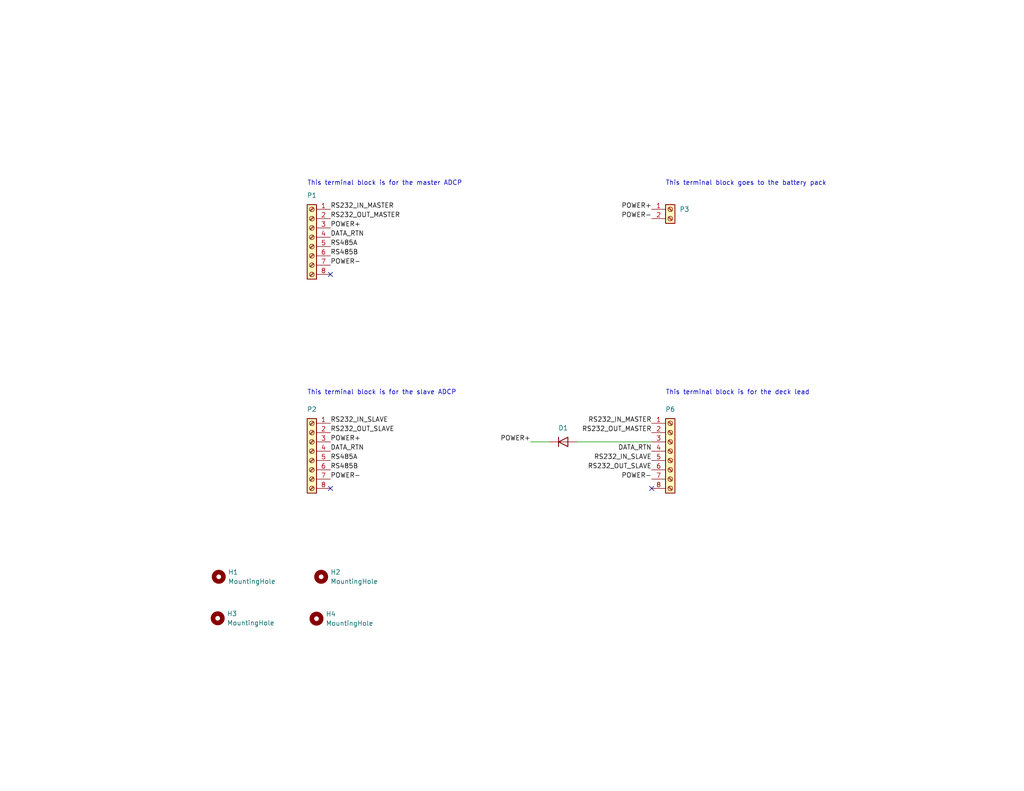
<source format=kicad_sch>
(kicad_sch (version 20230121) (generator eeschema)
  (paper "USLetter")
  (title_block (title "LADCP Star Board") (date "2023-06-07") (rev "1.0.0.1") (company "NOAA AOML PHOD"))
  (lib_symbols
    (symbol "Connector:Screw_Terminal_01x02" (pin_names (offset 1.016) hide)
      (property "Reference" "J" (at 0 2.54 0))
      (property "Value" "Screw_Terminal_01x02" (at 0 -5.08 0))
      (symbol "Screw_Terminal_01x02_1_1"
        (rectangle (start -1.27 1.27) (end 1.27 -3.81) (stroke (width 0.254)) (fill (type background)))
        (circle (center 0 -2.54) (radius 0.635) (stroke (width 0.1524)))
        (polyline (pts (xy -0.5334 -2.2098) (xy 0.3302 -3.048)) (stroke (width 0.1524)))
        (polyline (pts (xy -0.5334 0.3302) (xy 0.3302 -0.508)) (stroke (width 0.1524)))
        (polyline (pts (xy -0.3556 -2.032) (xy 0.508 -2.8702)) (stroke (width 0.1524)))
        (polyline (pts (xy -0.3556 0.508) (xy 0.508 -0.3302)) (stroke (width 0.1524)))
        (circle (center 0 0) (radius 0.635) (stroke (width 0.1524)))
        (pin passive line (at -5.08 0 0) (length 3.81) (name "Pin_1") (number "1"))
        (pin passive line (at -5.08 -2.54 0) (length 3.81) (name "Pin_2") (number "2"))
      )
    )
    (symbol "Connector:Screw_Terminal_01x08" (pin_names (offset 1.016) hide)
      (property "Reference" "J" (at 0 10.16 0))
      (property "Value" "Screw_Terminal_01x08" (at 0 -12.7 0))
      (symbol "Screw_Terminal_01x08_1_1"
        (rectangle (start -1.27 8.89) (end 1.27 -11.43) (stroke (width 0.254)) (fill (type background)))
        (circle (center 0 -10.16) (radius 0.635) (stroke (width 0.1524)))
        (circle (center 0 -7.62) (radius 0.635) (stroke (width 0.1524)))
        (circle (center 0 -5.08) (radius 0.635) (stroke (width 0.1524)))
        (circle (center 0 -2.54) (radius 0.635) (stroke (width 0.1524)))
        (polyline (pts (xy -0.5334 -9.8298) (xy 0.3302 -10.668)) (stroke (width 0.1524)))
        (polyline (pts (xy -0.5334 -7.2898) (xy 0.3302 -8.128)) (stroke (width 0.1524)))
        (polyline (pts (xy -0.5334 -4.7498) (xy 0.3302 -5.588)) (stroke (width 0.1524)))
        (polyline (pts (xy -0.5334 -2.2098) (xy 0.3302 -3.048)) (stroke (width 0.1524)))
        (polyline (pts (xy -0.5334 0.3302) (xy 0.3302 -0.508)) (stroke (width 0.1524)))
        (polyline (pts (xy -0.5334 2.8702) (xy 0.3302 2.032)) (stroke (width 0.1524)))
        (polyline (pts (xy -0.5334 5.4102) (xy 0.3302 4.572)) (stroke (width 0.1524)))
        (polyline (pts (xy -0.5334 7.9502) (xy 0.3302 7.112)) (stroke (width 0.1524)))
        (polyline (pts (xy -0.3556 -9.652) (xy 0.508 -10.4902)) (stroke (width 0.1524)))
        (polyline (pts (xy -0.3556 -7.112) (xy 0.508 -7.9502)) (stroke (width 0.1524)))
        (polyline (pts (xy -0.3556 -4.572) (xy 0.508 -5.4102)) (stroke (width 0.1524)))
        (polyline (pts (xy -0.3556 -2.032) (xy 0.508 -2.8702)) (stroke (width 0.1524)))
        (polyline (pts (xy -0.3556 0.508) (xy 0.508 -0.3302)) (stroke (width 0.1524)))
        (polyline (pts (xy -0.3556 3.048) (xy 0.508 2.2098)) (stroke (width 0.1524)))
        (polyline (pts (xy -0.3556 5.588) (xy 0.508 4.7498)) (stroke (width 0.1524)))
        (polyline (pts (xy -0.3556 8.128) (xy 0.508 7.2898)) (stroke (width 0.1524)))
        (circle (center 0 0) (radius 0.635) (stroke (width 0.1524)))
        (circle (center 0 2.54) (radius 0.635) (stroke (width 0.1524)))
        (circle (center 0 5.08) (radius 0.635) (stroke (width 0.1524)))
        (circle (center 0 7.62) (radius 0.635) (stroke (width 0.1524)))
        (pin passive line (at -5.08 7.62 0) (length 3.81) (name "Pin_1") (number "1"))
        (pin passive line (at -5.08 5.08 0) (length 3.81) (name "Pin_2") (number "2"))
        (pin passive line (at -5.08 2.54 0) (length 3.81) (name "Pin_3") (number "3"))
        (pin passive line (at -5.08 0 0) (length 3.81) (name "Pin_4") (number "4"))
        (pin passive line (at -5.08 -2.54 0) (length 3.81) (name "Pin_5") (number "5"))
        (pin passive line (at -5.08 -5.08 0) (length 3.81) (name "Pin_6") (number "6"))
        (pin passive line (at -5.08 -7.62 0) (length 3.81) (name "Pin_7") (number "7"))
        (pin passive line (at -5.08 -10.16 0) (length 3.81) (name "Pin_8") (number "8"))
      )
    )
    (symbol "Diode:1N4005" (pin_numbers hide) (pin_names hide)
      (property "Reference" "D" (at 0 2.54 0))
      (property "Value" "1N4005" (at 0 -2.54 0))
      (symbol "1N4005_0_1"
        (polyline (pts (xy -1.27 1.27) (xy -1.27 -1.27)) (stroke (width 0.254)))
        (polyline (pts (xy 1.27 0) (xy -1.27 0)))
        (polyline (pts (xy 1.27 1.27) (xy 1.27 -1.27) (xy -1.27 0) (xy 1.27 1.27)) (stroke (width 0.254)))
      )
      (symbol "1N4005_1_1"
        (pin passive line (at -3.81 0 0) (length 2.54) (name "K") (number "1"))
        (pin passive line (at 3.81 0 180) (length 2.54) (name "A") (number "2"))
      )
    )
    (symbol "Mechanical:MountingHole" (pin_names (offset 1.016))
      (property "Reference" "H" (at 0 5.08 0))
      (property "Value" "MountingHole" (at 0 3.175 0))
      (symbol "MountingHole_0_1"
        (circle (center 0 0) (radius 1.27) (stroke (width 1.27)))
      )
    )
  )
  (no_connect (at 177.8 133.35))
  (no_connect (at 90.17 74.93))
  (no_connect (at 90.17 133.35))
  (wire (pts (xy 157.48 120.65) (xy 177.8 120.65)))
  (wire (pts (xy 144.78 120.65) (xy 149.86 120.65)))
  (text "This terminal block is for the deck lead" (at 181.61 107.95 0) (effects (font (size 1.27 1.27)) (justify left bottom)))
  (text "This terminal block goes to the battery pack" (at 181.61 50.8 0) (effects (font (size 1.27 1.27)) (justify left bottom)))
  (text "This terminal block is for the slave ADCP" (at 83.82 107.95 0) (effects (font (size 1.27 1.27)) (justify left bottom)))
  (text "This terminal block is for the master ADCP" (at 83.82 50.8 0) (effects (font (size 1.27 1.27)) (justify left bottom)))
  (label "RS485A" (at 90.17 125.73 0))
  (label "POWER-" (at 90.17 72.39 0))
  (label "POWER+" (at 144.78 120.65 180))
  (label "POWER-" (at 90.17 130.81 0))
  (label "RS232_OUT_SLAVE" (at 90.17 118.11 0))
  (label "RS232_IN_MASTER" (at 177.8 115.57 180))
  (label "POWER-" (at 177.8 130.81 180))
  (label "RS232_OUT_MASTER" (at 90.17 59.69 0))
  (label "DATA_RTN" (at 177.8 123.19 180))
  (label "DATA_RTN" (at 90.17 123.19 0))
  (label "POWER+" (at 90.17 120.65 0))
  (label "POWER-" (at 177.8 59.69 180))
  (label "RS232_IN_MASTER" (at 90.17 57.15 0))
  (label "RS232_OUT_MASTER" (at 177.8 118.11 180))
  (label "RS232_IN_SLAVE" (at 177.8 125.73 180))
  (label "RS232_OUT_SLAVE" (at 177.8 128.27 180))
  (label "DATA_RTN" (at 90.17 64.77 0))
  (label "RS232_IN_SLAVE" (at 90.17 115.57 0))
  (label "RS485B" (at 90.17 69.85 0))
  (label "POWER+" (at 90.17 62.23 0))
  (label "POWER+" (at 177.8 57.15 180))
  (label "RS485A" (at 90.17 67.31 0))
  (label "RS485B" (at 90.17 128.27 0))
  (symbol (lib_id "Mechanical:MountingHole") (at 59.69 157.48 0) (unit 1)
    (property "Reference" "H1" (at 62.23 156.21 0) (effects (justify left)))
    (property "Value" "MountingHole" (at 62.23 158.75 0) (effects (justify left)))
    (property "Footprint" "MountingHole:MountingHole_6.5mm" (effects hide))
  )
  (symbol (lib_id "Connector:Screw_Terminal_01x08") (at 85.09 64.77 0) (mirror y) (unit 1)
    (property "Reference" "P1" (at 85.09 53.34 0))
    (property "Value" "TERM BLK 8POS SIDE ENTRY 5MM PCB" (effects hide))
    (property "Footprint" "TerminalBlock_Phoenix:TerminalBlock_Phoenix_PT-1,5-8-5.0-H_1x08_P5.00mm_Horizontal" (effects hide))
    (property "Datasheet" "https://media.digikey.com/pdf/Data%20Sheets/Phoenix%20Contact%20PDFs/1935226.pdf" (effects hide))
    (property "vendor" "digikey" (effects hide))
    (property "vendor part#" "277-1583-ND" (effects hide))
    (property "manufacturer part#" "1935226" (effects hide))
  )
  (symbol (lib_id "Mechanical:MountingHole") (at 59.398 168.8084 0) (unit 1)
    (property "Reference" "H3" (at 61.938 167.5384 0) (effects (justify left)))
    (property "Value" "MountingHole" (at 61.938 170.0784 0) (effects (justify left)))
    (property "Footprint" "MountingHole:MountingHole_6.5mm" (effects hide))
  )
  (symbol (lib_id "Mechanical:MountingHole") (at 87.63 157.48 0) (unit 1)
    (property "Reference" "H2" (at 90.17 156.21 0) (effects (justify left)))
    (property "Value" "MountingHole" (at 90.17 158.75 0) (effects (justify left)))
    (property "Footprint" "MountingHole:MountingHole_6.5mm" (effects hide))
  )
  (symbol (lib_id "Mechanical:MountingHole") (at 86.36 168.91 0) (unit 1)
    (property "Reference" "H4" (at 88.9 167.64 0) (effects (justify left)))
    (property "Value" "MountingHole" (at 88.9 170.18 0) (effects (justify left)))
    (property "Footprint" "MountingHole:MountingHole_6.5mm" (effects hide))
  )
  (symbol (lib_id "Connector:Screw_Terminal_01x08") (at 85.09 123.19 0) (mirror y) (unit 1)
    (property "Reference" "P2" (at 85.09 111.76 0))
    (property "Value" "TERM BLK 8POS SIDE ENTRY 5MM PCB" (effects hide))
    (property "Footprint" "TerminalBlock_Phoenix:TerminalBlock_Phoenix_PT-1,5-8-5.0-H_1x08_P5.00mm_Horizontal" (effects hide))
    (property "Datasheet" "https://media.digikey.com/pdf/Data%20Sheets/Phoenix%20Contact%20PDFs/1935226.pdf" (effects hide))
    (property "vendor" "digikey" (effects hide))
    (property "vendor part#" "277-1583-ND" (effects hide))
    (property "manufacturer part#" "1935226" (effects hide))
  )
  (symbol (lib_id "Connector:Screw_Terminal_01x08") (at 182.88 123.19 0) (unit 1)
    (property "Reference" "P6" (at 182.88 111.76 0))
    (property "Value" "TERM BLK 8POS SIDE ENTRY 5MM PCB" (effects hide))
    (property "Footprint" "TerminalBlock_Phoenix:TerminalBlock_Phoenix_PT-1,5-8-5.0-H_1x08_P5.00mm_Horizontal" (effects hide))
    (property "Datasheet" "https://media.digikey.com/pdf/Data%20Sheets/Phoenix%20Contact%20PDFs/1935226.pdf" (effects hide))
    (property "vendor" "digikey" (effects hide))
    (property "vendor part#" "277-1583-ND" (effects hide))
    (property "manufacturer part#" "1935226" (effects hide))
  )
  (symbol (lib_id "Connector:Screw_Terminal_01x02") (at 182.88 57.15 0) (unit 1)
    (property "Reference" "P3" (at 185.42 57.15 0) (effects (justify left)))
    (property "Value" "TERM BLK 2POS SIDE ENTRY 5MM PCB" (effects hide))
    (property "Footprint" "TerminalBlock_Phoenix:TerminalBlock_Phoenix_PT-1,5-2-5.0-H_1x02_P5.00mm_Horizontal" (effects hide))
    (property "Datasheet" "https://media.digikey.com/pdf/Data%20Sheets/Phoenix%20Contact%20PDFs/1935161.pdf" (effects hide))
    (property "vendor" "digikey" (effects hide))
    (property "vendor part#" "277-1667-ND" (effects hide))
    (property "manufacturer part#" "1935161" (effects hide))
  )
  (symbol (lib_id "Diode:1N4005") (at 153.67 120.65 0) (unit 1)
    (property "Reference" "D1" (at 153.67 116.84 0))
    (property "Value" "P600G-E3/54" (effects hide))
    (property "Footprint" "Diode_THT:D_P600_R-6_P20.00mm_Horizontal" (effects hide))
    (property "Datasheet" "https://www.vishay.com/docs/88692/p600a.pdf" (effects hide))
    (property "Sim.Device" "D" (effects hide))
    (property "Sim.Pins" "1=K 2=A" (effects hide))
    (property "vendor" "digikey" (effects hide))
    (property "vendor part#" "P600G-E3/54GICT-ND" (effects hide))
    (property "manufacturer part#" "P600G-E3/54" (effects hide))
  )
)
</source>
